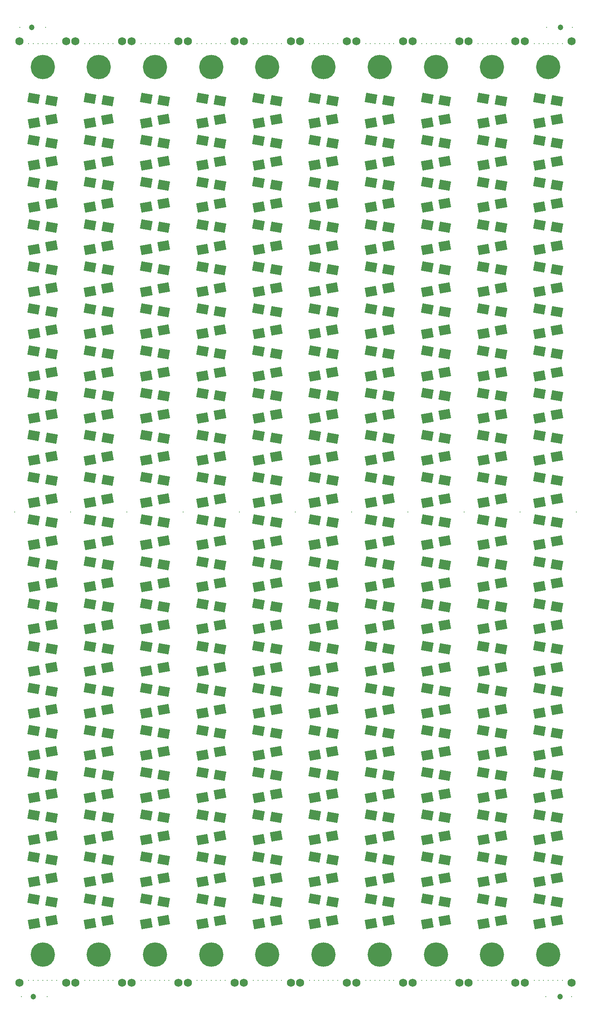
<source format=gts>
G04*
G04 #@! TF.GenerationSoftware,Altium Limited,Altium Designer,18.1.7 (191)*
G04*
G04 Layer_Color=8388736*
%FSLAX44Y44*%
%MOMM*%
G71*
G01*
G75*
%ADD18C,1.2032*%
G04:AMPARAMS|DCode=19|XSize=2.4032mm|YSize=2.0032mm|CornerRadius=0mm|HoleSize=0mm|Usage=FLASHONLY|Rotation=10.000|XOffset=0mm|YOffset=0mm|HoleType=Round|Shape=Rectangle|*
%AMROTATEDRECTD19*
4,1,4,-1.0094,-1.1950,-1.3573,0.7777,1.0094,1.1950,1.3573,-0.7777,-1.0094,-1.1950,0.0*
%
%ADD19ROTATEDRECTD19*%

G04:AMPARAMS|DCode=20|XSize=2.4032mm|YSize=2.0032mm|CornerRadius=0mm|HoleSize=0mm|Usage=FLASHONLY|Rotation=170.000|XOffset=0mm|YOffset=0mm|HoleType=Round|Shape=Rectangle|*
%AMROTATEDRECTD20*
4,1,4,1.3573,0.7777,1.0094,-1.1950,-1.3573,-0.7777,-1.0094,1.1950,1.3573,0.7777,0.0*
%
%ADD20ROTATEDRECTD20*%

%ADD21C,0.2032*%
%ADD22C,0.2960*%
%ADD23C,1.7272*%
%ADD24C,5.2032*%
D18*
X1176270Y2090000D02*
D03*
X46270D02*
D03*
X50000Y20000D02*
D03*
X1175000D02*
D03*
D19*
X1131462Y1525716D02*
D03*
X1168711Y1533299D02*
D03*
X1131462Y1615716D02*
D03*
X1168711Y1623299D02*
D03*
X1131462Y1705716D02*
D03*
X1168711Y1713299D02*
D03*
X1131462Y1885716D02*
D03*
X1168711Y1893299D02*
D03*
X1131462Y1795716D02*
D03*
X1168711Y1803299D02*
D03*
Y1353299D02*
D03*
X1131462Y1345716D02*
D03*
X1168711Y1443299D02*
D03*
X1131462Y1435716D02*
D03*
X1168711Y723299D02*
D03*
X1131462Y715716D02*
D03*
X1168711Y543299D02*
D03*
X1131462Y535716D02*
D03*
X1168711Y453299D02*
D03*
X1131462Y445716D02*
D03*
X1168711Y363299D02*
D03*
X1131462Y355716D02*
D03*
X1168711Y273299D02*
D03*
X1131462Y265716D02*
D03*
X1168711Y183299D02*
D03*
X1131462Y175716D02*
D03*
X1168711Y633299D02*
D03*
X1131462Y625716D02*
D03*
X1168711Y813299D02*
D03*
X1131462Y805716D02*
D03*
X1168711Y903299D02*
D03*
X1131462Y895716D02*
D03*
X1168711Y993299D02*
D03*
X1131462Y985716D02*
D03*
X1168711Y1263299D02*
D03*
X1131462Y1255716D02*
D03*
X1168711Y1173299D02*
D03*
X1131462Y1165716D02*
D03*
X1168711Y1083299D02*
D03*
X1131462Y1075716D02*
D03*
X1011462Y1525716D02*
D03*
X1048711Y1533299D02*
D03*
X1011462Y1615716D02*
D03*
X1048711Y1623299D02*
D03*
X1011462Y1705716D02*
D03*
X1048711Y1713299D02*
D03*
X1011462Y1885716D02*
D03*
X1048711Y1893299D02*
D03*
X1011462Y1795716D02*
D03*
X1048711Y1803299D02*
D03*
Y1353299D02*
D03*
X1011462Y1345716D02*
D03*
X1048711Y1443299D02*
D03*
X1011462Y1435716D02*
D03*
X1048711Y723299D02*
D03*
X1011462Y715716D02*
D03*
X1048711Y543299D02*
D03*
X1011462Y535716D02*
D03*
X1048711Y453299D02*
D03*
X1011462Y445716D02*
D03*
X1048711Y363299D02*
D03*
X1011462Y355716D02*
D03*
X1048711Y273299D02*
D03*
X1011462Y265716D02*
D03*
X1048711Y183299D02*
D03*
X1011462Y175716D02*
D03*
X1048711Y633299D02*
D03*
X1011462Y625716D02*
D03*
X1048711Y813299D02*
D03*
X1011462Y805716D02*
D03*
X1048711Y903299D02*
D03*
X1011462Y895716D02*
D03*
X1048711Y993299D02*
D03*
X1011462Y985716D02*
D03*
X1048711Y1263299D02*
D03*
X1011462Y1255716D02*
D03*
X1048711Y1173299D02*
D03*
X1011462Y1165716D02*
D03*
X1048711Y1083299D02*
D03*
X1011462Y1075716D02*
D03*
X891462Y1525716D02*
D03*
X928711Y1533299D02*
D03*
X891462Y1615716D02*
D03*
X928711Y1623299D02*
D03*
X891462Y1705716D02*
D03*
X928711Y1713299D02*
D03*
X891462Y1885716D02*
D03*
X928711Y1893299D02*
D03*
X891462Y1795716D02*
D03*
X928711Y1803299D02*
D03*
Y1353299D02*
D03*
X891462Y1345716D02*
D03*
X928711Y1443299D02*
D03*
X891462Y1435716D02*
D03*
X928711Y723299D02*
D03*
X891462Y715716D02*
D03*
X928711Y543299D02*
D03*
X891462Y535716D02*
D03*
X928711Y453299D02*
D03*
X891462Y445716D02*
D03*
X928711Y363299D02*
D03*
X891462Y355716D02*
D03*
X928711Y273299D02*
D03*
X891462Y265716D02*
D03*
X928711Y183299D02*
D03*
X891462Y175716D02*
D03*
X928711Y633299D02*
D03*
X891462Y625716D02*
D03*
X928711Y813299D02*
D03*
X891462Y805716D02*
D03*
X928711Y903299D02*
D03*
X891462Y895716D02*
D03*
X928711Y993299D02*
D03*
X891462Y985716D02*
D03*
X928711Y1263299D02*
D03*
X891462Y1255716D02*
D03*
X928711Y1173299D02*
D03*
X891462Y1165716D02*
D03*
X928711Y1083299D02*
D03*
X891462Y1075716D02*
D03*
X771462Y1525716D02*
D03*
X808711Y1533299D02*
D03*
X771462Y1615716D02*
D03*
X808711Y1623299D02*
D03*
X771462Y1705716D02*
D03*
X808711Y1713299D02*
D03*
X771462Y1885716D02*
D03*
X808711Y1893299D02*
D03*
X771462Y1795716D02*
D03*
X808711Y1803299D02*
D03*
Y1353299D02*
D03*
X771462Y1345716D02*
D03*
X808711Y1443299D02*
D03*
X771462Y1435716D02*
D03*
X808711Y723299D02*
D03*
X771462Y715716D02*
D03*
X808711Y543299D02*
D03*
X771462Y535716D02*
D03*
X808711Y453299D02*
D03*
X771462Y445716D02*
D03*
X808711Y363299D02*
D03*
X771462Y355716D02*
D03*
X808711Y273299D02*
D03*
X771462Y265716D02*
D03*
X808711Y183299D02*
D03*
X771462Y175716D02*
D03*
X808711Y633299D02*
D03*
X771462Y625716D02*
D03*
X808711Y813299D02*
D03*
X771462Y805716D02*
D03*
X808711Y903299D02*
D03*
X771462Y895716D02*
D03*
X808711Y993299D02*
D03*
X771462Y985716D02*
D03*
X808711Y1263299D02*
D03*
X771462Y1255716D02*
D03*
X808711Y1173299D02*
D03*
X771462Y1165716D02*
D03*
X808711Y1083299D02*
D03*
X771462Y1075716D02*
D03*
X651462Y1525716D02*
D03*
X688711Y1533299D02*
D03*
X651462Y1615716D02*
D03*
X688711Y1623299D02*
D03*
X651462Y1705716D02*
D03*
X688711Y1713299D02*
D03*
X651462Y1885716D02*
D03*
X688711Y1893299D02*
D03*
X651462Y1795716D02*
D03*
X688711Y1803299D02*
D03*
Y1353299D02*
D03*
X651462Y1345716D02*
D03*
X688711Y1443299D02*
D03*
X651462Y1435716D02*
D03*
X688711Y723299D02*
D03*
X651462Y715716D02*
D03*
X688711Y543299D02*
D03*
X651462Y535716D02*
D03*
X688711Y453299D02*
D03*
X651462Y445716D02*
D03*
X688711Y363299D02*
D03*
X651462Y355716D02*
D03*
X688711Y273299D02*
D03*
X651462Y265716D02*
D03*
X688711Y183299D02*
D03*
X651462Y175716D02*
D03*
X688711Y633299D02*
D03*
X651462Y625716D02*
D03*
X688711Y813299D02*
D03*
X651462Y805716D02*
D03*
X688711Y903299D02*
D03*
X651462Y895716D02*
D03*
X688711Y993299D02*
D03*
X651462Y985716D02*
D03*
X688711Y1263299D02*
D03*
X651462Y1255716D02*
D03*
X688711Y1173299D02*
D03*
X651462Y1165716D02*
D03*
X688711Y1083299D02*
D03*
X651462Y1075716D02*
D03*
X531462Y1525716D02*
D03*
X568711Y1533299D02*
D03*
X531462Y1615716D02*
D03*
X568711Y1623299D02*
D03*
X531462Y1705716D02*
D03*
X568711Y1713299D02*
D03*
X531462Y1885716D02*
D03*
X568711Y1893299D02*
D03*
X531462Y1795716D02*
D03*
X568711Y1803299D02*
D03*
Y1353299D02*
D03*
X531462Y1345716D02*
D03*
X568711Y1443299D02*
D03*
X531462Y1435716D02*
D03*
X568711Y723299D02*
D03*
X531462Y715716D02*
D03*
X568711Y543299D02*
D03*
X531462Y535716D02*
D03*
X568711Y453299D02*
D03*
X531462Y445716D02*
D03*
X568711Y363299D02*
D03*
X531462Y355716D02*
D03*
X568711Y273299D02*
D03*
X531462Y265716D02*
D03*
X568711Y183299D02*
D03*
X531462Y175716D02*
D03*
X568711Y633299D02*
D03*
X531462Y625716D02*
D03*
X568711Y813299D02*
D03*
X531462Y805716D02*
D03*
X568711Y903299D02*
D03*
X531462Y895716D02*
D03*
X568711Y993299D02*
D03*
X531462Y985716D02*
D03*
X568711Y1263299D02*
D03*
X531462Y1255716D02*
D03*
X568711Y1173299D02*
D03*
X531462Y1165716D02*
D03*
X568711Y1083299D02*
D03*
X531462Y1075716D02*
D03*
X411462Y1525716D02*
D03*
X448711Y1533299D02*
D03*
X411462Y1615716D02*
D03*
X448711Y1623299D02*
D03*
X411462Y1705716D02*
D03*
X448711Y1713299D02*
D03*
X411462Y1885716D02*
D03*
X448711Y1893299D02*
D03*
X411462Y1795716D02*
D03*
X448711Y1803299D02*
D03*
Y1353299D02*
D03*
X411462Y1345716D02*
D03*
X448711Y1443299D02*
D03*
X411462Y1435716D02*
D03*
X448711Y723299D02*
D03*
X411462Y715716D02*
D03*
X448711Y543299D02*
D03*
X411462Y535716D02*
D03*
X448711Y453299D02*
D03*
X411462Y445716D02*
D03*
X448711Y363299D02*
D03*
X411462Y355716D02*
D03*
X448711Y273299D02*
D03*
X411462Y265716D02*
D03*
X448711Y183299D02*
D03*
X411462Y175716D02*
D03*
X448711Y633299D02*
D03*
X411462Y625716D02*
D03*
X448711Y813299D02*
D03*
X411462Y805716D02*
D03*
X448711Y903299D02*
D03*
X411462Y895716D02*
D03*
X448711Y993299D02*
D03*
X411462Y985716D02*
D03*
X448711Y1263299D02*
D03*
X411462Y1255716D02*
D03*
X448711Y1173299D02*
D03*
X411462Y1165716D02*
D03*
X448711Y1083299D02*
D03*
X411462Y1075716D02*
D03*
X291462Y1525716D02*
D03*
X328712Y1533299D02*
D03*
X291462Y1615716D02*
D03*
X328712Y1623299D02*
D03*
X291462Y1705716D02*
D03*
X328712Y1713299D02*
D03*
X291462Y1885716D02*
D03*
X328712Y1893299D02*
D03*
X291462Y1795716D02*
D03*
X328712Y1803299D02*
D03*
Y1353299D02*
D03*
X291462Y1345716D02*
D03*
X328712Y1443299D02*
D03*
X291462Y1435716D02*
D03*
X328712Y723299D02*
D03*
X291462Y715716D02*
D03*
X328712Y543299D02*
D03*
X291462Y535716D02*
D03*
X328712Y453299D02*
D03*
X291462Y445716D02*
D03*
X328712Y363299D02*
D03*
X291462Y355716D02*
D03*
X328712Y273299D02*
D03*
X291462Y265716D02*
D03*
X328712Y183299D02*
D03*
X291462Y175716D02*
D03*
X328712Y633299D02*
D03*
X291462Y625716D02*
D03*
X328712Y813299D02*
D03*
X291462Y805716D02*
D03*
X328712Y903299D02*
D03*
X291462Y895716D02*
D03*
X328712Y993299D02*
D03*
X291462Y985716D02*
D03*
X328712Y1263299D02*
D03*
X291462Y1255716D02*
D03*
X328712Y1173299D02*
D03*
X291462Y1165716D02*
D03*
X328712Y1083299D02*
D03*
X291462Y1075716D02*
D03*
X171462Y1525716D02*
D03*
X208711Y1533299D02*
D03*
X171462Y1615716D02*
D03*
X208711Y1623299D02*
D03*
X171462Y1705716D02*
D03*
X208711Y1713299D02*
D03*
X171462Y1885716D02*
D03*
X208711Y1893299D02*
D03*
X171462Y1795716D02*
D03*
X208711Y1803299D02*
D03*
Y1353299D02*
D03*
X171462Y1345716D02*
D03*
X208711Y1443299D02*
D03*
X171462Y1435716D02*
D03*
X208711Y723299D02*
D03*
X171462Y715716D02*
D03*
X208711Y543299D02*
D03*
X171462Y535716D02*
D03*
X208711Y453299D02*
D03*
X171462Y445716D02*
D03*
X208711Y363299D02*
D03*
X171462Y355716D02*
D03*
X208711Y273299D02*
D03*
X171462Y265716D02*
D03*
X208711Y183299D02*
D03*
X171462Y175716D02*
D03*
X208711Y633299D02*
D03*
X171462Y625716D02*
D03*
X208711Y813299D02*
D03*
X171462Y805716D02*
D03*
X208711Y903299D02*
D03*
X171462Y895716D02*
D03*
X208711Y993299D02*
D03*
X171462Y985716D02*
D03*
X208711Y1263299D02*
D03*
X171462Y1255716D02*
D03*
X208711Y1173299D02*
D03*
X171462Y1165716D02*
D03*
X208711Y1083299D02*
D03*
X171462Y1075716D02*
D03*
X51462Y1525716D02*
D03*
X88712Y1533299D02*
D03*
X51462Y1615716D02*
D03*
X88712Y1623299D02*
D03*
X51462Y1705716D02*
D03*
X88712Y1713299D02*
D03*
X51462Y1885716D02*
D03*
X88712Y1893299D02*
D03*
X51462Y1795716D02*
D03*
X88712Y1803299D02*
D03*
Y1353299D02*
D03*
X51462Y1345716D02*
D03*
X88712Y1443299D02*
D03*
X51462Y1435716D02*
D03*
X88712Y723299D02*
D03*
X51462Y715716D02*
D03*
X88712Y543299D02*
D03*
X51462Y535716D02*
D03*
X88712Y453299D02*
D03*
X51462Y445716D02*
D03*
X88712Y363299D02*
D03*
X51462Y355716D02*
D03*
X88712Y273299D02*
D03*
X51462Y265716D02*
D03*
X88712Y183299D02*
D03*
X51462Y175716D02*
D03*
X88712Y633299D02*
D03*
X51462Y625716D02*
D03*
X88712Y813299D02*
D03*
X51462Y805716D02*
D03*
X88712Y903299D02*
D03*
X51462Y895716D02*
D03*
X88712Y993299D02*
D03*
X51462Y985716D02*
D03*
X88712Y1263299D02*
D03*
X51462Y1255716D02*
D03*
X88712Y1173299D02*
D03*
X51462Y1165716D02*
D03*
X88712Y1083299D02*
D03*
X51462Y1075716D02*
D03*
D20*
X1168885Y1572686D02*
D03*
X1131289Y1578299D02*
D03*
X1168885Y1662686D02*
D03*
X1131289Y1668299D02*
D03*
X1168885Y1932686D02*
D03*
X1131289Y1938299D02*
D03*
X1168885Y1842686D02*
D03*
X1131289Y1848299D02*
D03*
X1168885Y1752686D02*
D03*
X1131289Y1758299D02*
D03*
Y1308299D02*
D03*
X1168885Y1302686D02*
D03*
X1131289Y1398299D02*
D03*
X1168885Y1392686D02*
D03*
X1131289Y1488299D02*
D03*
X1168885Y1482686D02*
D03*
X1131289Y588299D02*
D03*
X1168885Y582686D02*
D03*
X1131289Y498299D02*
D03*
X1168885Y492686D02*
D03*
X1131289Y408299D02*
D03*
X1168885Y402686D02*
D03*
X1131289Y318299D02*
D03*
X1168885Y312686D02*
D03*
X1131289Y228299D02*
D03*
X1168885Y222686D02*
D03*
X1131289Y678299D02*
D03*
X1168885Y672685D02*
D03*
X1131289Y768299D02*
D03*
X1168885Y762685D02*
D03*
X1131289Y858299D02*
D03*
X1168885Y852685D02*
D03*
X1131289Y948299D02*
D03*
X1168885Y942685D02*
D03*
X1131289Y1038299D02*
D03*
X1168885Y1032685D02*
D03*
X1131289Y1218299D02*
D03*
X1168885Y1212685D02*
D03*
X1131289Y1128299D02*
D03*
X1168885Y1122685D02*
D03*
X1048885Y1572686D02*
D03*
X1011289Y1578299D02*
D03*
X1048885Y1662686D02*
D03*
X1011289Y1668299D02*
D03*
X1048885Y1932686D02*
D03*
X1011289Y1938299D02*
D03*
X1048885Y1842686D02*
D03*
X1011289Y1848299D02*
D03*
X1048885Y1752686D02*
D03*
X1011289Y1758299D02*
D03*
Y1308299D02*
D03*
X1048885Y1302686D02*
D03*
X1011289Y1398299D02*
D03*
X1048885Y1392686D02*
D03*
X1011289Y1488299D02*
D03*
X1048885Y1482686D02*
D03*
X1011289Y588299D02*
D03*
X1048885Y582686D02*
D03*
X1011289Y498299D02*
D03*
X1048885Y492686D02*
D03*
X1011289Y408299D02*
D03*
X1048885Y402686D02*
D03*
X1011289Y318299D02*
D03*
X1048885Y312686D02*
D03*
X1011289Y228299D02*
D03*
X1048885Y222686D02*
D03*
X1011289Y678299D02*
D03*
X1048885Y672685D02*
D03*
X1011289Y768299D02*
D03*
X1048885Y762685D02*
D03*
X1011289Y858299D02*
D03*
X1048885Y852685D02*
D03*
X1011289Y948299D02*
D03*
X1048885Y942685D02*
D03*
X1011289Y1038299D02*
D03*
X1048885Y1032685D02*
D03*
X1011289Y1218299D02*
D03*
X1048885Y1212685D02*
D03*
X1011289Y1128299D02*
D03*
X1048885Y1122685D02*
D03*
X928885Y1572686D02*
D03*
X891289Y1578299D02*
D03*
X928885Y1662686D02*
D03*
X891289Y1668299D02*
D03*
X928885Y1932686D02*
D03*
X891289Y1938299D02*
D03*
X928885Y1842686D02*
D03*
X891289Y1848299D02*
D03*
X928885Y1752686D02*
D03*
X891289Y1758299D02*
D03*
Y1308299D02*
D03*
X928885Y1302686D02*
D03*
X891289Y1398299D02*
D03*
X928885Y1392686D02*
D03*
X891289Y1488299D02*
D03*
X928885Y1482686D02*
D03*
X891289Y588299D02*
D03*
X928885Y582686D02*
D03*
X891289Y498299D02*
D03*
X928885Y492686D02*
D03*
X891289Y408299D02*
D03*
X928885Y402686D02*
D03*
X891289Y318299D02*
D03*
X928885Y312686D02*
D03*
X891289Y228299D02*
D03*
X928885Y222686D02*
D03*
X891289Y678299D02*
D03*
X928885Y672685D02*
D03*
X891289Y768299D02*
D03*
X928885Y762685D02*
D03*
X891289Y858299D02*
D03*
X928885Y852685D02*
D03*
X891289Y948299D02*
D03*
X928885Y942685D02*
D03*
X891289Y1038299D02*
D03*
X928885Y1032685D02*
D03*
X891289Y1218299D02*
D03*
X928885Y1212685D02*
D03*
X891289Y1128299D02*
D03*
X928885Y1122685D02*
D03*
X808885Y1572686D02*
D03*
X771289Y1578299D02*
D03*
X808885Y1662686D02*
D03*
X771289Y1668299D02*
D03*
X808885Y1932686D02*
D03*
X771289Y1938299D02*
D03*
X808885Y1842686D02*
D03*
X771289Y1848299D02*
D03*
X808885Y1752686D02*
D03*
X771289Y1758299D02*
D03*
Y1308299D02*
D03*
X808885Y1302686D02*
D03*
X771289Y1398299D02*
D03*
X808885Y1392686D02*
D03*
X771289Y1488299D02*
D03*
X808885Y1482686D02*
D03*
X771289Y588299D02*
D03*
X808885Y582686D02*
D03*
X771289Y498299D02*
D03*
X808885Y492686D02*
D03*
X771289Y408299D02*
D03*
X808885Y402686D02*
D03*
X771289Y318299D02*
D03*
X808885Y312686D02*
D03*
X771289Y228299D02*
D03*
X808885Y222686D02*
D03*
X771289Y678299D02*
D03*
X808885Y672685D02*
D03*
X771289Y768299D02*
D03*
X808885Y762685D02*
D03*
X771289Y858299D02*
D03*
X808885Y852685D02*
D03*
X771289Y948299D02*
D03*
X808885Y942685D02*
D03*
X771289Y1038299D02*
D03*
X808885Y1032685D02*
D03*
X771289Y1218299D02*
D03*
X808885Y1212685D02*
D03*
X771289Y1128299D02*
D03*
X808885Y1122685D02*
D03*
X688885Y1572686D02*
D03*
X651289Y1578299D02*
D03*
X688885Y1662686D02*
D03*
X651289Y1668299D02*
D03*
X688885Y1932686D02*
D03*
X651289Y1938299D02*
D03*
X688885Y1842686D02*
D03*
X651289Y1848299D02*
D03*
X688885Y1752686D02*
D03*
X651289Y1758299D02*
D03*
Y1308299D02*
D03*
X688885Y1302686D02*
D03*
X651289Y1398299D02*
D03*
X688885Y1392686D02*
D03*
X651289Y1488299D02*
D03*
X688885Y1482686D02*
D03*
X651289Y588299D02*
D03*
X688885Y582686D02*
D03*
X651289Y498299D02*
D03*
X688885Y492686D02*
D03*
X651289Y408299D02*
D03*
X688885Y402686D02*
D03*
X651289Y318299D02*
D03*
X688885Y312686D02*
D03*
X651289Y228299D02*
D03*
X688885Y222686D02*
D03*
X651289Y678299D02*
D03*
X688885Y672685D02*
D03*
X651289Y768299D02*
D03*
X688885Y762685D02*
D03*
X651289Y858299D02*
D03*
X688885Y852685D02*
D03*
X651289Y948299D02*
D03*
X688885Y942685D02*
D03*
X651289Y1038299D02*
D03*
X688885Y1032685D02*
D03*
X651289Y1218299D02*
D03*
X688885Y1212685D02*
D03*
X651289Y1128299D02*
D03*
X688885Y1122685D02*
D03*
X568885Y1572686D02*
D03*
X531289Y1578299D02*
D03*
X568885Y1662686D02*
D03*
X531289Y1668299D02*
D03*
X568885Y1932686D02*
D03*
X531289Y1938299D02*
D03*
X568885Y1842686D02*
D03*
X531289Y1848299D02*
D03*
X568885Y1752686D02*
D03*
X531289Y1758299D02*
D03*
Y1308299D02*
D03*
X568885Y1302686D02*
D03*
X531289Y1398299D02*
D03*
X568885Y1392686D02*
D03*
X531289Y1488299D02*
D03*
X568885Y1482686D02*
D03*
X531289Y588299D02*
D03*
X568885Y582686D02*
D03*
X531289Y498299D02*
D03*
X568885Y492686D02*
D03*
X531289Y408299D02*
D03*
X568885Y402686D02*
D03*
X531289Y318299D02*
D03*
X568885Y312686D02*
D03*
X531289Y228299D02*
D03*
X568885Y222686D02*
D03*
X531289Y678299D02*
D03*
X568885Y672685D02*
D03*
X531289Y768299D02*
D03*
X568885Y762685D02*
D03*
X531289Y858299D02*
D03*
X568885Y852685D02*
D03*
X531289Y948299D02*
D03*
X568885Y942685D02*
D03*
X531289Y1038299D02*
D03*
X568885Y1032685D02*
D03*
X531289Y1218299D02*
D03*
X568885Y1212685D02*
D03*
X531289Y1128299D02*
D03*
X568885Y1122685D02*
D03*
X448885Y1572686D02*
D03*
X411289Y1578299D02*
D03*
X448885Y1662686D02*
D03*
X411289Y1668299D02*
D03*
X448885Y1932686D02*
D03*
X411289Y1938299D02*
D03*
X448885Y1842686D02*
D03*
X411289Y1848299D02*
D03*
X448885Y1752686D02*
D03*
X411289Y1758299D02*
D03*
Y1308299D02*
D03*
X448885Y1302686D02*
D03*
X411289Y1398299D02*
D03*
X448885Y1392686D02*
D03*
X411289Y1488299D02*
D03*
X448885Y1482686D02*
D03*
X411289Y588299D02*
D03*
X448885Y582686D02*
D03*
X411289Y498299D02*
D03*
X448885Y492686D02*
D03*
X411289Y408299D02*
D03*
X448885Y402686D02*
D03*
X411289Y318299D02*
D03*
X448885Y312686D02*
D03*
X411289Y228299D02*
D03*
X448885Y222686D02*
D03*
X411289Y678299D02*
D03*
X448885Y672685D02*
D03*
X411289Y768299D02*
D03*
X448885Y762685D02*
D03*
X411289Y858299D02*
D03*
X448885Y852685D02*
D03*
X411289Y948299D02*
D03*
X448885Y942685D02*
D03*
X411289Y1038299D02*
D03*
X448885Y1032685D02*
D03*
X411289Y1218299D02*
D03*
X448885Y1212685D02*
D03*
X411289Y1128299D02*
D03*
X448885Y1122685D02*
D03*
X328885Y1572686D02*
D03*
X291289Y1578299D02*
D03*
X328885Y1662686D02*
D03*
X291289Y1668299D02*
D03*
X328885Y1932686D02*
D03*
X291289Y1938299D02*
D03*
X328885Y1842686D02*
D03*
X291289Y1848299D02*
D03*
X328885Y1752686D02*
D03*
X291289Y1758299D02*
D03*
Y1308299D02*
D03*
X328885Y1302686D02*
D03*
X291289Y1398299D02*
D03*
X328885Y1392686D02*
D03*
X291289Y1488299D02*
D03*
X328885Y1482686D02*
D03*
X291289Y588299D02*
D03*
X328885Y582686D02*
D03*
X291289Y498299D02*
D03*
X328885Y492686D02*
D03*
X291289Y408299D02*
D03*
X328885Y402686D02*
D03*
X291289Y318299D02*
D03*
X328885Y312686D02*
D03*
X291289Y228299D02*
D03*
X328885Y222686D02*
D03*
X291289Y678299D02*
D03*
X328885Y672685D02*
D03*
X291289Y768299D02*
D03*
X328885Y762685D02*
D03*
X291289Y858299D02*
D03*
X328885Y852685D02*
D03*
X291289Y948299D02*
D03*
X328885Y942685D02*
D03*
X291289Y1038299D02*
D03*
X328885Y1032685D02*
D03*
X291289Y1218299D02*
D03*
X328885Y1212685D02*
D03*
X291289Y1128299D02*
D03*
X328885Y1122685D02*
D03*
X208885Y1572686D02*
D03*
X171289Y1578299D02*
D03*
X208885Y1662686D02*
D03*
X171289Y1668299D02*
D03*
X208885Y1932686D02*
D03*
X171289Y1938299D02*
D03*
X208885Y1842686D02*
D03*
X171289Y1848299D02*
D03*
X208885Y1752686D02*
D03*
X171289Y1758299D02*
D03*
Y1308299D02*
D03*
X208885Y1302686D02*
D03*
X171289Y1398299D02*
D03*
X208885Y1392686D02*
D03*
X171289Y1488299D02*
D03*
X208885Y1482686D02*
D03*
X171289Y588299D02*
D03*
X208885Y582686D02*
D03*
X171289Y498299D02*
D03*
X208885Y492686D02*
D03*
X171289Y408299D02*
D03*
X208885Y402686D02*
D03*
X171289Y318299D02*
D03*
X208885Y312686D02*
D03*
X171289Y228299D02*
D03*
X208885Y222686D02*
D03*
X171289Y678299D02*
D03*
X208885Y672685D02*
D03*
X171289Y768299D02*
D03*
X208885Y762685D02*
D03*
X171289Y858299D02*
D03*
X208885Y852685D02*
D03*
X171289Y948299D02*
D03*
X208885Y942685D02*
D03*
X171289Y1038299D02*
D03*
X208885Y1032685D02*
D03*
X171289Y1218299D02*
D03*
X208885Y1212685D02*
D03*
X171289Y1128299D02*
D03*
X208885Y1122685D02*
D03*
X88885Y1572686D02*
D03*
X51289Y1578299D02*
D03*
X88885Y1662686D02*
D03*
X51289Y1668299D02*
D03*
X88885Y1932686D02*
D03*
X51289Y1938299D02*
D03*
X88885Y1842686D02*
D03*
X51289Y1848299D02*
D03*
X88885Y1752686D02*
D03*
X51289Y1758299D02*
D03*
Y1308299D02*
D03*
X88885Y1302686D02*
D03*
X51289Y1398299D02*
D03*
X88885Y1392686D02*
D03*
X51289Y1488299D02*
D03*
X88885Y1482686D02*
D03*
X51289Y588299D02*
D03*
X88885Y582686D02*
D03*
X51289Y498299D02*
D03*
X88885Y492686D02*
D03*
X51289Y408299D02*
D03*
X88885Y402686D02*
D03*
X51289Y318299D02*
D03*
X88885Y312686D02*
D03*
X51289Y228299D02*
D03*
X88885Y222686D02*
D03*
X51289Y678299D02*
D03*
X88885Y672685D02*
D03*
X51289Y768299D02*
D03*
X88885Y762685D02*
D03*
X51289Y858299D02*
D03*
X88885Y852685D02*
D03*
X51289Y948299D02*
D03*
X88885Y942685D02*
D03*
X51289Y1038299D02*
D03*
X88885Y1032685D02*
D03*
X51289Y1218299D02*
D03*
X88885Y1212685D02*
D03*
X51289Y1128299D02*
D03*
X88885Y1122685D02*
D03*
D21*
X1146270Y2090000D02*
D03*
X76270D02*
D03*
X80000Y20000D02*
D03*
X1145000D02*
D03*
X1090000Y1055000D02*
D03*
X1210000Y1055000D02*
D03*
X1120000Y55000D02*
D03*
X1180000D02*
D03*
X1120000Y2055000D02*
D03*
X1180000D02*
D03*
X1170000D02*
D03*
X1160000D02*
D03*
X1150000D02*
D03*
X1140000D02*
D03*
X1130000D02*
D03*
Y55000D02*
D03*
X1140000D02*
D03*
X1150000D02*
D03*
X1160000D02*
D03*
X1170000D02*
D03*
X970000Y1055000D02*
D03*
X1090000Y1055000D02*
D03*
X1000000Y55000D02*
D03*
X1060000D02*
D03*
X1000000Y2055000D02*
D03*
X1060000D02*
D03*
X1050000D02*
D03*
X1040000D02*
D03*
X1030000D02*
D03*
X1020000D02*
D03*
X1010000D02*
D03*
Y55000D02*
D03*
X1020000D02*
D03*
X1030000D02*
D03*
X1040000D02*
D03*
X1050000D02*
D03*
X850000Y1055000D02*
D03*
X970000Y1055000D02*
D03*
X880000Y55000D02*
D03*
X940000D02*
D03*
X880000Y2055000D02*
D03*
X940000D02*
D03*
X930000D02*
D03*
X920000D02*
D03*
X910000D02*
D03*
X900000D02*
D03*
X890000D02*
D03*
Y55000D02*
D03*
X900000D02*
D03*
X910000D02*
D03*
X920000D02*
D03*
X930000D02*
D03*
X730000Y1055000D02*
D03*
X850000Y1055000D02*
D03*
X760000Y55000D02*
D03*
X820000D02*
D03*
X760000Y2055000D02*
D03*
X820000D02*
D03*
X810000D02*
D03*
X800000D02*
D03*
X790000D02*
D03*
X780000D02*
D03*
X770000D02*
D03*
Y55000D02*
D03*
X780000D02*
D03*
X790000D02*
D03*
X800000D02*
D03*
X810000D02*
D03*
X610000Y1055000D02*
D03*
X730000Y1055000D02*
D03*
X640000Y55000D02*
D03*
X700000D02*
D03*
X640000Y2055000D02*
D03*
X700000D02*
D03*
X690000D02*
D03*
X680000D02*
D03*
X670000D02*
D03*
X660000D02*
D03*
X650000D02*
D03*
Y55000D02*
D03*
X660000D02*
D03*
X670000D02*
D03*
X680000D02*
D03*
X690000D02*
D03*
X490000Y1055000D02*
D03*
X610000Y1055000D02*
D03*
X520000Y55000D02*
D03*
X580000D02*
D03*
X520000Y2055000D02*
D03*
X580000D02*
D03*
X570000D02*
D03*
X560000D02*
D03*
X550000D02*
D03*
X540000D02*
D03*
X530000D02*
D03*
Y55000D02*
D03*
X540000D02*
D03*
X550000D02*
D03*
X560000D02*
D03*
X570000D02*
D03*
X370000Y1055000D02*
D03*
X490000Y1055000D02*
D03*
X400000Y55000D02*
D03*
X460000D02*
D03*
X400000Y2055000D02*
D03*
X460000D02*
D03*
X450000D02*
D03*
X440000D02*
D03*
X430000D02*
D03*
X420000D02*
D03*
X410000D02*
D03*
Y55000D02*
D03*
X420000D02*
D03*
X430000D02*
D03*
X440000D02*
D03*
X450000D02*
D03*
X250000Y1055000D02*
D03*
X370000Y1055000D02*
D03*
X280000Y55000D02*
D03*
X340000D02*
D03*
X280000Y2055000D02*
D03*
X340000D02*
D03*
X330000D02*
D03*
X320000D02*
D03*
X310000D02*
D03*
X300000D02*
D03*
X290000D02*
D03*
Y55000D02*
D03*
X300000D02*
D03*
X310000D02*
D03*
X320000D02*
D03*
X330000D02*
D03*
X130000Y1055000D02*
D03*
X250000Y1055000D02*
D03*
X160000Y55000D02*
D03*
X220000D02*
D03*
X160000Y2055000D02*
D03*
X220000D02*
D03*
X210000D02*
D03*
X200000D02*
D03*
X190000D02*
D03*
X180000D02*
D03*
X170000D02*
D03*
Y55000D02*
D03*
X180000D02*
D03*
X190000D02*
D03*
X200000D02*
D03*
X210000D02*
D03*
X10000Y1055000D02*
D03*
X130000Y1055000D02*
D03*
X40000Y55000D02*
D03*
X100000D02*
D03*
X40000Y2055000D02*
D03*
X100000D02*
D03*
X90000D02*
D03*
X80000D02*
D03*
X70000D02*
D03*
X60000D02*
D03*
X50000D02*
D03*
Y55000D02*
D03*
X60000D02*
D03*
X70000D02*
D03*
X80000D02*
D03*
X90000D02*
D03*
D22*
X1201270Y2090000D02*
D03*
X21270D02*
D03*
X25000Y20000D02*
D03*
X1200000D02*
D03*
D23*
X1200000Y2060000D02*
D03*
X1100000D02*
D03*
Y50000D02*
D03*
X1200000D02*
D03*
X1080000Y2060000D02*
D03*
X980000D02*
D03*
Y50000D02*
D03*
X1080000D02*
D03*
X960000Y2060000D02*
D03*
X860000D02*
D03*
Y50000D02*
D03*
X960000D02*
D03*
X840000Y2060000D02*
D03*
X740000D02*
D03*
Y50000D02*
D03*
X840000D02*
D03*
X720000Y2060000D02*
D03*
X620000D02*
D03*
Y50000D02*
D03*
X720000D02*
D03*
X600000Y2060000D02*
D03*
X500000D02*
D03*
Y50000D02*
D03*
X600000D02*
D03*
X480000Y2060000D02*
D03*
X380000D02*
D03*
Y50000D02*
D03*
X480000D02*
D03*
X360000Y2060000D02*
D03*
X260000D02*
D03*
Y50000D02*
D03*
X360000D02*
D03*
X240000Y2060000D02*
D03*
X140000D02*
D03*
Y50000D02*
D03*
X240000D02*
D03*
X120000Y2060000D02*
D03*
X20000D02*
D03*
Y50000D02*
D03*
X120000D02*
D03*
D24*
X1150000Y2005000D02*
D03*
X1150000Y110000D02*
D03*
X1030000Y2005000D02*
D03*
X1030000Y110000D02*
D03*
X910000Y2005000D02*
D03*
X910000Y110000D02*
D03*
X790000Y2005000D02*
D03*
X790000Y110000D02*
D03*
X670000Y2005000D02*
D03*
X670000Y110000D02*
D03*
X550000Y2005000D02*
D03*
X550000Y110000D02*
D03*
X430000Y2005000D02*
D03*
X430000Y110000D02*
D03*
X310000Y2005000D02*
D03*
X310000Y110000D02*
D03*
X190000Y2005000D02*
D03*
X190000Y110000D02*
D03*
X70000Y2005000D02*
D03*
X70000Y110000D02*
D03*
M02*

</source>
